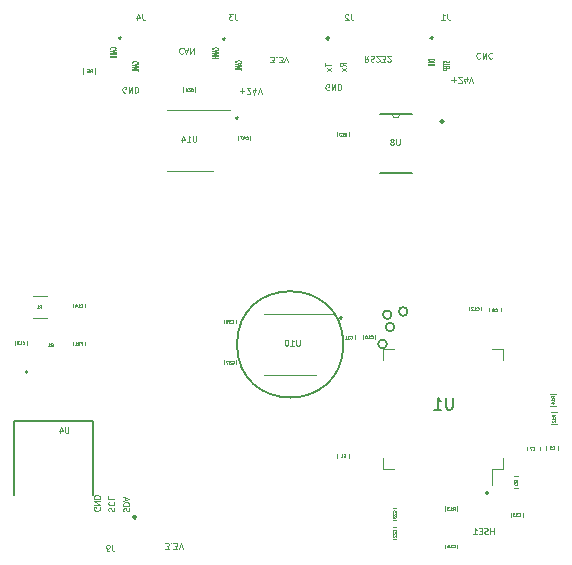
<source format=gbr>
%TF.GenerationSoftware,KiCad,Pcbnew,(5.1.8-0-10_14)*%
%TF.CreationDate,2021-05-13T19:53:47+02:00*%
%TF.ProjectId,Nauthiluscontroller,4e617574-6869-46c7-9573-636f6e74726f,rev?*%
%TF.SameCoordinates,Original*%
%TF.FileFunction,Legend,Bot*%
%TF.FilePolarity,Positive*%
%FSLAX46Y46*%
G04 Gerber Fmt 4.6, Leading zero omitted, Abs format (unit mm)*
G04 Created by KiCad (PCBNEW (5.1.8-0-10_14)) date 2021-05-13 19:53:47*
%MOMM*%
%LPD*%
G01*
G04 APERTURE LIST*
%ADD10C,0.125000*%
%ADD11C,0.150000*%
%ADD12C,0.120000*%
%ADD13C,0.127000*%
%ADD14C,0.200000*%
%ADD15C,0.152400*%
%ADD16C,0.100000*%
%ADD17C,0.062500*%
G04 APERTURE END LIST*
D10*
X156122857Y-75041428D02*
X156099047Y-75017619D01*
X156027619Y-74993809D01*
X155980000Y-74993809D01*
X155908571Y-75017619D01*
X155860952Y-75065238D01*
X155837142Y-75112857D01*
X155813333Y-75208095D01*
X155813333Y-75279523D01*
X155837142Y-75374761D01*
X155860952Y-75422380D01*
X155908571Y-75470000D01*
X155980000Y-75493809D01*
X156027619Y-75493809D01*
X156099047Y-75470000D01*
X156122857Y-75446190D01*
X156337142Y-74993809D02*
X156337142Y-75493809D01*
X156622857Y-74993809D01*
X156622857Y-75493809D01*
X157146666Y-75041428D02*
X157122857Y-75017619D01*
X157051428Y-74993809D01*
X157003809Y-74993809D01*
X156932380Y-75017619D01*
X156884761Y-75065238D01*
X156860952Y-75112857D01*
X156837142Y-75208095D01*
X156837142Y-75279523D01*
X156860952Y-75374761D01*
X156884761Y-75422380D01*
X156932380Y-75470000D01*
X157003809Y-75493809D01*
X157051428Y-75493809D01*
X157122857Y-75470000D01*
X157146666Y-75446190D01*
X130958571Y-74631428D02*
X130934761Y-74607619D01*
X130863333Y-74583809D01*
X130815714Y-74583809D01*
X130744285Y-74607619D01*
X130696666Y-74655238D01*
X130672857Y-74702857D01*
X130649047Y-74798095D01*
X130649047Y-74869523D01*
X130672857Y-74964761D01*
X130696666Y-75012380D01*
X130744285Y-75060000D01*
X130815714Y-75083809D01*
X130863333Y-75083809D01*
X130934761Y-75060000D01*
X130958571Y-75036190D01*
X131149047Y-74726666D02*
X131387142Y-74726666D01*
X131101428Y-74583809D02*
X131268095Y-75083809D01*
X131434761Y-74583809D01*
X131601428Y-74583809D02*
X131601428Y-75083809D01*
X131887142Y-74583809D01*
X131887142Y-75083809D01*
X146662380Y-75253809D02*
X146495714Y-75491904D01*
X146376666Y-75253809D02*
X146376666Y-75753809D01*
X146567142Y-75753809D01*
X146614761Y-75730000D01*
X146638571Y-75706190D01*
X146662380Y-75658571D01*
X146662380Y-75587142D01*
X146638571Y-75539523D01*
X146614761Y-75515714D01*
X146567142Y-75491904D01*
X146376666Y-75491904D01*
X146852857Y-75277619D02*
X146924285Y-75253809D01*
X147043333Y-75253809D01*
X147090952Y-75277619D01*
X147114761Y-75301428D01*
X147138571Y-75349047D01*
X147138571Y-75396666D01*
X147114761Y-75444285D01*
X147090952Y-75468095D01*
X147043333Y-75491904D01*
X146948095Y-75515714D01*
X146900476Y-75539523D01*
X146876666Y-75563333D01*
X146852857Y-75610952D01*
X146852857Y-75658571D01*
X146876666Y-75706190D01*
X146900476Y-75730000D01*
X146948095Y-75753809D01*
X147067142Y-75753809D01*
X147138571Y-75730000D01*
X147329047Y-75706190D02*
X147352857Y-75730000D01*
X147400476Y-75753809D01*
X147519523Y-75753809D01*
X147567142Y-75730000D01*
X147590952Y-75706190D01*
X147614761Y-75658571D01*
X147614761Y-75610952D01*
X147590952Y-75539523D01*
X147305238Y-75253809D01*
X147614761Y-75253809D01*
X147781428Y-75753809D02*
X148090952Y-75753809D01*
X147924285Y-75563333D01*
X147995714Y-75563333D01*
X148043333Y-75539523D01*
X148067142Y-75515714D01*
X148090952Y-75468095D01*
X148090952Y-75349047D01*
X148067142Y-75301428D01*
X148043333Y-75277619D01*
X147995714Y-75253809D01*
X147852857Y-75253809D01*
X147805238Y-75277619D01*
X147781428Y-75301428D01*
X148281428Y-75706190D02*
X148305238Y-75730000D01*
X148352857Y-75753809D01*
X148471904Y-75753809D01*
X148519523Y-75730000D01*
X148543333Y-75706190D01*
X148567142Y-75658571D01*
X148567142Y-75610952D01*
X148543333Y-75539523D01*
X148257619Y-75253809D01*
X148567142Y-75253809D01*
D11*
X148637696Y-97182304D02*
G75*
G03*
X148637696Y-97182304I-367696J0D01*
G01*
X149977696Y-96900000D02*
G75*
G03*
X149977696Y-96900000I-367696J0D01*
G01*
X148870000Y-98220000D02*
G75*
G03*
X148870000Y-98220000I-367696J0D01*
G01*
X148230000Y-99660000D02*
G75*
G03*
X148230000Y-99660000I-367696J0D01*
G01*
X144548680Y-99690000D02*
G75*
G03*
X144548680Y-99690000I-4500000J0D01*
G01*
D12*
%TO.C,C39*%
X135480000Y-97896267D02*
X135480000Y-97603733D01*
X134460000Y-97896267D02*
X134460000Y-97603733D01*
%TO.C,C9*%
X157890000Y-96613733D02*
X157890000Y-96906267D01*
X156870000Y-96613733D02*
X156870000Y-96906267D01*
%TO.C,C7*%
X160140000Y-108342733D02*
X160140000Y-108635267D01*
X161160000Y-108342733D02*
X161160000Y-108635267D01*
%TO.C,U14*%
X131540000Y-84990000D02*
X129590000Y-84990000D01*
X131540000Y-84990000D02*
X133490000Y-84990000D01*
X131540000Y-79870000D02*
X129590000Y-79870000D01*
X131540000Y-79870000D02*
X134990000Y-79870000D01*
%TO.C,C47*%
X136650000Y-82056233D02*
X136650000Y-82348767D01*
X135630000Y-82056233D02*
X135630000Y-82348767D01*
D13*
%TO.C,U4*%
X116700000Y-112435000D02*
X116700000Y-106215000D01*
X116700000Y-106215000D02*
X123360000Y-106215000D01*
X123360000Y-106215000D02*
X123360000Y-112435000D01*
D14*
X117830000Y-102035000D02*
G75*
G03*
X117830000Y-102035000I-100000J0D01*
G01*
D12*
%TO.C,C30*%
X145020000Y-81743733D02*
X145020000Y-82036267D01*
X144000000Y-81743733D02*
X144000000Y-82036267D01*
%TO.C,C15*%
X159730000Y-114266267D02*
X159730000Y-113973733D01*
X158710000Y-114266267D02*
X158710000Y-113973733D01*
%TO.C,R13*%
X154192500Y-113362742D02*
X154192500Y-113837258D01*
X153147500Y-113362742D02*
X153147500Y-113837258D01*
%TO.C,U1*%
X147890000Y-101004000D02*
X147890000Y-100054000D01*
X147890000Y-100054000D02*
X148840000Y-100054000D01*
X147890000Y-109324000D02*
X147890000Y-110274000D01*
X147890000Y-110274000D02*
X148840000Y-110274000D01*
X158110000Y-101004000D02*
X158110000Y-100054000D01*
X158110000Y-100054000D02*
X157160000Y-100054000D01*
X158110000Y-109324000D02*
X158110000Y-110274000D01*
X158110000Y-110274000D02*
X157160000Y-110274000D01*
X157160000Y-110274000D02*
X157160000Y-111614000D01*
%TO.C,F1*%
X118292936Y-97425000D02*
X119497064Y-97425000D01*
X118292936Y-95605000D02*
X119497064Y-95605000D01*
%TO.C,C11*%
X144510000Y-98913733D02*
X144510000Y-99206267D01*
X145530000Y-98913733D02*
X145530000Y-99206267D01*
%TO.C,C12*%
X156230000Y-96513733D02*
X156230000Y-96806267D01*
X155210000Y-96513733D02*
X155210000Y-96806267D01*
%TO.C,C13*%
X116710000Y-99418733D02*
X116710000Y-99711267D01*
X117730000Y-99418733D02*
X117730000Y-99711267D01*
%TO.C,C14*%
X122705000Y-96243733D02*
X122705000Y-96536267D01*
X121685000Y-96243733D02*
X121685000Y-96536267D01*
%TO.C,C16*%
X154190000Y-116646233D02*
X154190000Y-116938767D01*
X153170000Y-116646233D02*
X153170000Y-116938767D01*
%TO.C,FB1*%
X122680000Y-99780580D02*
X122680000Y-99499420D01*
X121660000Y-99780580D02*
X121660000Y-99499420D01*
%TO.C,R12*%
X162131742Y-106440500D02*
X162606258Y-106440500D01*
X162131742Y-105395500D02*
X162606258Y-105395500D01*
%TO.C,R14*%
X162543258Y-104916500D02*
X162068742Y-104916500D01*
X162543258Y-103871500D02*
X162068742Y-103871500D01*
%TO.C,R29*%
X132012500Y-78352258D02*
X132012500Y-77877742D01*
X130967500Y-78352258D02*
X130967500Y-77877742D01*
%TO.C,C1*%
X144030000Y-109268767D02*
X144030000Y-108976233D01*
X145050000Y-109268767D02*
X145050000Y-108976233D01*
%TO.C,C3*%
X161715000Y-108330233D02*
X161715000Y-108622767D01*
X162735000Y-108330233D02*
X162735000Y-108622767D01*
%TO.C,C5*%
X159308767Y-110854000D02*
X159016233Y-110854000D01*
X159308767Y-111874000D02*
X159016233Y-111874000D01*
%TO.C,C10*%
X147250000Y-98923733D02*
X147250000Y-99216267D01*
X146230000Y-98923733D02*
X146230000Y-99216267D01*
%TO.C,C37*%
X135480000Y-101023733D02*
X135480000Y-101316267D01*
X134460000Y-101023733D02*
X134460000Y-101316267D01*
%TO.C,R5*%
X123522500Y-76327742D02*
X123522500Y-76802258D01*
X122477500Y-76327742D02*
X122477500Y-76802258D01*
D15*
%TO.C,U8*%
X149321000Y-80225800D02*
X150387800Y-80225800D01*
X148711400Y-80225800D02*
X149321000Y-80225800D01*
X147644600Y-80225800D02*
X148711400Y-80225800D01*
X150387800Y-85204200D02*
X147644600Y-85204200D01*
D16*
X148711400Y-80225800D02*
G75*
G03*
X149321000Y-80225800I304800J0D01*
G01*
D12*
%TO.C,U10*%
X140048680Y-97080000D02*
X143648680Y-97080000D01*
X140048680Y-97080000D02*
X137848680Y-97080000D01*
X140048680Y-102300000D02*
X142248680Y-102300000D01*
X140048680Y-102300000D02*
X137848680Y-102300000D01*
%TO.C,C22*%
X149026267Y-115190000D02*
X148733733Y-115190000D01*
X149026267Y-116210000D02*
X148733733Y-116210000D01*
%TO.C,C23*%
X149011268Y-114524999D02*
X148718734Y-114524999D01*
X149011268Y-113504999D02*
X148718734Y-113504999D01*
%TO.C,C39*%
D17*
X135080714Y-97839285D02*
X135092619Y-97851190D01*
X135128333Y-97863095D01*
X135152142Y-97863095D01*
X135187857Y-97851190D01*
X135211666Y-97827380D01*
X135223571Y-97803571D01*
X135235476Y-97755952D01*
X135235476Y-97720238D01*
X135223571Y-97672619D01*
X135211666Y-97648809D01*
X135187857Y-97625000D01*
X135152142Y-97613095D01*
X135128333Y-97613095D01*
X135092619Y-97625000D01*
X135080714Y-97636904D01*
X134997380Y-97613095D02*
X134842619Y-97613095D01*
X134925952Y-97708333D01*
X134890238Y-97708333D01*
X134866428Y-97720238D01*
X134854523Y-97732142D01*
X134842619Y-97755952D01*
X134842619Y-97815476D01*
X134854523Y-97839285D01*
X134866428Y-97851190D01*
X134890238Y-97863095D01*
X134961666Y-97863095D01*
X134985476Y-97851190D01*
X134997380Y-97839285D01*
X134723571Y-97863095D02*
X134675952Y-97863095D01*
X134652142Y-97851190D01*
X134640238Y-97839285D01*
X134616428Y-97803571D01*
X134604523Y-97755952D01*
X134604523Y-97660714D01*
X134616428Y-97636904D01*
X134628333Y-97625000D01*
X134652142Y-97613095D01*
X134699761Y-97613095D01*
X134723571Y-97625000D01*
X134735476Y-97636904D01*
X134747380Y-97660714D01*
X134747380Y-97720238D01*
X134735476Y-97744047D01*
X134723571Y-97755952D01*
X134699761Y-97767857D01*
X134652142Y-97767857D01*
X134628333Y-97755952D01*
X134616428Y-97744047D01*
X134604523Y-97720238D01*
%TO.C,C9*%
X157401666Y-96869285D02*
X157413571Y-96881190D01*
X157449285Y-96893095D01*
X157473095Y-96893095D01*
X157508809Y-96881190D01*
X157532619Y-96857380D01*
X157544523Y-96833571D01*
X157556428Y-96785952D01*
X157556428Y-96750238D01*
X157544523Y-96702619D01*
X157532619Y-96678809D01*
X157508809Y-96655000D01*
X157473095Y-96643095D01*
X157449285Y-96643095D01*
X157413571Y-96655000D01*
X157401666Y-96666904D01*
X157282619Y-96893095D02*
X157235000Y-96893095D01*
X157211190Y-96881190D01*
X157199285Y-96869285D01*
X157175476Y-96833571D01*
X157163571Y-96785952D01*
X157163571Y-96690714D01*
X157175476Y-96666904D01*
X157187380Y-96655000D01*
X157211190Y-96643095D01*
X157258809Y-96643095D01*
X157282619Y-96655000D01*
X157294523Y-96666904D01*
X157306428Y-96690714D01*
X157306428Y-96750238D01*
X157294523Y-96774047D01*
X157282619Y-96785952D01*
X157258809Y-96797857D01*
X157211190Y-96797857D01*
X157187380Y-96785952D01*
X157175476Y-96774047D01*
X157163571Y-96750238D01*
%TO.C,C7*%
X160576665Y-108603284D02*
X160588570Y-108615189D01*
X160624284Y-108627094D01*
X160648094Y-108627094D01*
X160683808Y-108615189D01*
X160707618Y-108591379D01*
X160719522Y-108567570D01*
X160731427Y-108519951D01*
X160731427Y-108484237D01*
X160719522Y-108436618D01*
X160707618Y-108412808D01*
X160683808Y-108388999D01*
X160648094Y-108377094D01*
X160624284Y-108377094D01*
X160588570Y-108388999D01*
X160576665Y-108400903D01*
X160493332Y-108377094D02*
X160326665Y-108377094D01*
X160433808Y-108627094D01*
%TO.C,U14*%
D10*
X132094047Y-82029190D02*
X132094047Y-82433952D01*
X132070238Y-82481571D01*
X132046428Y-82505380D01*
X131998809Y-82529190D01*
X131903571Y-82529190D01*
X131855952Y-82505380D01*
X131832142Y-82481571D01*
X131808333Y-82433952D01*
X131808333Y-82029190D01*
X131308333Y-82529190D02*
X131594047Y-82529190D01*
X131451190Y-82529190D02*
X131451190Y-82029190D01*
X131498809Y-82100619D01*
X131546428Y-82148238D01*
X131594047Y-82172047D01*
X130879761Y-82195857D02*
X130879761Y-82529190D01*
X130998809Y-82005380D02*
X131117857Y-82362523D01*
X130808333Y-82362523D01*
D11*
X135565000Y-80429285D02*
X135469761Y-80524523D01*
X135565000Y-80619761D01*
X135660238Y-80524523D01*
X135565000Y-80429285D01*
X135565000Y-80619761D01*
%TO.C,C47*%
D17*
X136310714Y-82311785D02*
X136322619Y-82323690D01*
X136358333Y-82335595D01*
X136382142Y-82335595D01*
X136417857Y-82323690D01*
X136441666Y-82299880D01*
X136453571Y-82276071D01*
X136465476Y-82228452D01*
X136465476Y-82192738D01*
X136453571Y-82145119D01*
X136441666Y-82121309D01*
X136417857Y-82097500D01*
X136382142Y-82085595D01*
X136358333Y-82085595D01*
X136322619Y-82097500D01*
X136310714Y-82109404D01*
X136096428Y-82168928D02*
X136096428Y-82335595D01*
X136155952Y-82073690D02*
X136215476Y-82252261D01*
X136060714Y-82252261D01*
X135989285Y-82085595D02*
X135822619Y-82085595D01*
X135929761Y-82335595D01*
%TO.C,U4*%
D10*
X121280952Y-106676190D02*
X121280952Y-107080952D01*
X121257142Y-107128571D01*
X121233333Y-107152380D01*
X121185714Y-107176190D01*
X121090476Y-107176190D01*
X121042857Y-107152380D01*
X121019047Y-107128571D01*
X120995238Y-107080952D01*
X120995238Y-106676190D01*
X120542857Y-106842857D02*
X120542857Y-107176190D01*
X120661904Y-106652380D02*
X120780952Y-107009523D01*
X120471428Y-107009523D01*
%TO.C,U7*%
D16*
X138381904Y-75823809D02*
X138691428Y-75823809D01*
X138524761Y-75633333D01*
X138596190Y-75633333D01*
X138643809Y-75609523D01*
X138667619Y-75585714D01*
X138691428Y-75538095D01*
X138691428Y-75419047D01*
X138667619Y-75371428D01*
X138643809Y-75347619D01*
X138596190Y-75323809D01*
X138453333Y-75323809D01*
X138405714Y-75347619D01*
X138381904Y-75371428D01*
X138905714Y-75371428D02*
X138929523Y-75347619D01*
X138905714Y-75323809D01*
X138881904Y-75347619D01*
X138905714Y-75371428D01*
X138905714Y-75323809D01*
X139096190Y-75823809D02*
X139405714Y-75823809D01*
X139239047Y-75633333D01*
X139310476Y-75633333D01*
X139358095Y-75609523D01*
X139381904Y-75585714D01*
X139405714Y-75538095D01*
X139405714Y-75419047D01*
X139381904Y-75371428D01*
X139358095Y-75347619D01*
X139310476Y-75323809D01*
X139167619Y-75323809D01*
X139120000Y-75347619D01*
X139096190Y-75371428D01*
X139548571Y-75823809D02*
X139715238Y-75323809D01*
X139881904Y-75823809D01*
%TO.C,U17*%
X135799047Y-78204285D02*
X136180000Y-78204285D01*
X135989523Y-78013809D02*
X135989523Y-78394761D01*
X136394285Y-78466190D02*
X136418095Y-78490000D01*
X136465714Y-78513809D01*
X136584761Y-78513809D01*
X136632380Y-78490000D01*
X136656190Y-78466190D01*
X136680000Y-78418571D01*
X136680000Y-78370952D01*
X136656190Y-78299523D01*
X136370476Y-78013809D01*
X136680000Y-78013809D01*
X137108571Y-78347142D02*
X137108571Y-78013809D01*
X136989523Y-78537619D02*
X136870476Y-78180476D01*
X137180000Y-78180476D01*
X137299047Y-78513809D02*
X137465714Y-78013809D01*
X137632380Y-78513809D01*
%TO.C,J3*%
D10*
X135366666Y-71716190D02*
X135366666Y-72073333D01*
X135390476Y-72144761D01*
X135438095Y-72192380D01*
X135509523Y-72216190D01*
X135557142Y-72216190D01*
X135176190Y-71716190D02*
X134866666Y-71716190D01*
X135033333Y-71906666D01*
X134961904Y-71906666D01*
X134914285Y-71930476D01*
X134890476Y-71954285D01*
X134866666Y-72001904D01*
X134866666Y-72120952D01*
X134890476Y-72168571D01*
X134914285Y-72192380D01*
X134961904Y-72216190D01*
X135104761Y-72216190D01*
X135152380Y-72192380D01*
X135176190Y-72168571D01*
D11*
X134460000Y-73744285D02*
X134364761Y-73839523D01*
X134460000Y-73934761D01*
X134555238Y-73839523D01*
X134460000Y-73744285D01*
X134460000Y-73934761D01*
D17*
X133898571Y-74708333D02*
X133922380Y-74696428D01*
X133946190Y-74660714D01*
X133946190Y-74636904D01*
X133922380Y-74601190D01*
X133874761Y-74577380D01*
X133827142Y-74565476D01*
X133731904Y-74553571D01*
X133660476Y-74553571D01*
X133565238Y-74565476D01*
X133517619Y-74577380D01*
X133470000Y-74601190D01*
X133446190Y-74636904D01*
X133446190Y-74660714D01*
X133470000Y-74696428D01*
X133493809Y-74708333D01*
X133803333Y-74803571D02*
X133803333Y-74922619D01*
X133946190Y-74779761D02*
X133446190Y-74863095D01*
X133946190Y-74946428D01*
X133946190Y-75029761D02*
X133446190Y-75029761D01*
X133946190Y-75172619D01*
X133446190Y-75172619D01*
X133946190Y-75291666D02*
X133446190Y-75291666D01*
X133684285Y-75291666D02*
X133684285Y-75434523D01*
X133946190Y-75434523D02*
X133446190Y-75434523D01*
X135868571Y-75798095D02*
X135892380Y-75786190D01*
X135916190Y-75750476D01*
X135916190Y-75726666D01*
X135892380Y-75690952D01*
X135844761Y-75667142D01*
X135797142Y-75655238D01*
X135701904Y-75643333D01*
X135630476Y-75643333D01*
X135535238Y-75655238D01*
X135487619Y-75667142D01*
X135440000Y-75690952D01*
X135416190Y-75726666D01*
X135416190Y-75750476D01*
X135440000Y-75786190D01*
X135463809Y-75798095D01*
X135773333Y-75893333D02*
X135773333Y-76012380D01*
X135916190Y-75869523D02*
X135416190Y-75952857D01*
X135916190Y-76036190D01*
X135916190Y-76119523D02*
X135416190Y-76119523D01*
X135916190Y-76262380D01*
X135416190Y-76262380D01*
X135916190Y-76500476D02*
X135916190Y-76381428D01*
X135416190Y-76381428D01*
%TO.C,C30*%
X144339285Y-81795714D02*
X144327380Y-81783809D01*
X144291666Y-81771904D01*
X144267857Y-81771904D01*
X144232142Y-81783809D01*
X144208333Y-81807619D01*
X144196428Y-81831428D01*
X144184523Y-81879047D01*
X144184523Y-81914761D01*
X144196428Y-81962380D01*
X144208333Y-81986190D01*
X144232142Y-82010000D01*
X144267857Y-82021904D01*
X144291666Y-82021904D01*
X144327380Y-82010000D01*
X144339285Y-81998095D01*
X144422619Y-82021904D02*
X144577380Y-82021904D01*
X144494047Y-81926666D01*
X144529761Y-81926666D01*
X144553571Y-81914761D01*
X144565476Y-81902857D01*
X144577380Y-81879047D01*
X144577380Y-81819523D01*
X144565476Y-81795714D01*
X144553571Y-81783809D01*
X144529761Y-81771904D01*
X144458333Y-81771904D01*
X144434523Y-81783809D01*
X144422619Y-81795714D01*
X144732142Y-82021904D02*
X144755952Y-82021904D01*
X144779761Y-82010000D01*
X144791666Y-81998095D01*
X144803571Y-81974285D01*
X144815476Y-81926666D01*
X144815476Y-81867142D01*
X144803571Y-81819523D01*
X144791666Y-81795714D01*
X144779761Y-81783809D01*
X144755952Y-81771904D01*
X144732142Y-81771904D01*
X144708333Y-81783809D01*
X144696428Y-81795714D01*
X144684523Y-81819523D01*
X144672619Y-81867142D01*
X144672619Y-81926666D01*
X144684523Y-81974285D01*
X144696428Y-81998095D01*
X144708333Y-82010000D01*
X144732142Y-82021904D01*
%TO.C,J1*%
D10*
X153356666Y-71696190D02*
X153356666Y-72053333D01*
X153380476Y-72124761D01*
X153428095Y-72172380D01*
X153499523Y-72196190D01*
X153547142Y-72196190D01*
X152856666Y-72196190D02*
X153142380Y-72196190D01*
X152999523Y-72196190D02*
X152999523Y-71696190D01*
X153047142Y-71767619D01*
X153094761Y-71815238D01*
X153142380Y-71839047D01*
D11*
X152020000Y-73664285D02*
X151924761Y-73759523D01*
X152020000Y-73854761D01*
X152115238Y-73759523D01*
X152020000Y-73664285D01*
X152020000Y-73854761D01*
D17*
X152256190Y-75540000D02*
X151756190Y-75540000D01*
X151756190Y-75599523D01*
X151780000Y-75635238D01*
X151827619Y-75659047D01*
X151875238Y-75670952D01*
X151970476Y-75682857D01*
X152041904Y-75682857D01*
X152137142Y-75670952D01*
X152184761Y-75659047D01*
X152232380Y-75635238D01*
X152256190Y-75599523D01*
X152256190Y-75540000D01*
X152256190Y-75790000D02*
X151756190Y-75790000D01*
X152256190Y-76051904D02*
X152018095Y-75968571D01*
X152256190Y-75909047D02*
X151756190Y-75909047D01*
X151756190Y-76004285D01*
X151780000Y-76028095D01*
X151803809Y-76040000D01*
X151851428Y-76051904D01*
X151922857Y-76051904D01*
X151970476Y-76040000D01*
X151994285Y-76028095D01*
X152018095Y-76004285D01*
X152018095Y-75909047D01*
X153492380Y-75655238D02*
X153516190Y-75690952D01*
X153516190Y-75750476D01*
X153492380Y-75774285D01*
X153468571Y-75786190D01*
X153420952Y-75798095D01*
X153373333Y-75798095D01*
X153325714Y-75786190D01*
X153301904Y-75774285D01*
X153278095Y-75750476D01*
X153254285Y-75702857D01*
X153230476Y-75679047D01*
X153206666Y-75667142D01*
X153159047Y-75655238D01*
X153111428Y-75655238D01*
X153063809Y-75667142D01*
X153040000Y-75679047D01*
X153016190Y-75702857D01*
X153016190Y-75762380D01*
X153040000Y-75798095D01*
X153016190Y-75869523D02*
X153016190Y-76012380D01*
X153516190Y-75940952D02*
X153016190Y-75940952D01*
X153254285Y-76095714D02*
X153254285Y-76179047D01*
X153516190Y-76214761D02*
X153516190Y-76095714D01*
X153016190Y-76095714D01*
X153016190Y-76214761D01*
X153516190Y-76321904D02*
X153016190Y-76321904D01*
X153016190Y-76417142D01*
X153040000Y-76440952D01*
X153063809Y-76452857D01*
X153111428Y-76464761D01*
X153182857Y-76464761D01*
X153230476Y-76452857D01*
X153254285Y-76440952D01*
X153278095Y-76417142D01*
X153278095Y-76321904D01*
%TO.C,C15*%
X159360714Y-114199285D02*
X159372619Y-114211190D01*
X159408333Y-114223095D01*
X159432142Y-114223095D01*
X159467857Y-114211190D01*
X159491666Y-114187380D01*
X159503571Y-114163571D01*
X159515476Y-114115952D01*
X159515476Y-114080238D01*
X159503571Y-114032619D01*
X159491666Y-114008809D01*
X159467857Y-113985000D01*
X159432142Y-113973095D01*
X159408333Y-113973095D01*
X159372619Y-113985000D01*
X159360714Y-113996904D01*
X159122619Y-114223095D02*
X159265476Y-114223095D01*
X159194047Y-114223095D02*
X159194047Y-113973095D01*
X159217857Y-114008809D01*
X159241666Y-114032619D01*
X159265476Y-114044523D01*
X158896428Y-113973095D02*
X159015476Y-113973095D01*
X159027380Y-114092142D01*
X159015476Y-114080238D01*
X158991666Y-114068333D01*
X158932142Y-114068333D01*
X158908333Y-114080238D01*
X158896428Y-114092142D01*
X158884523Y-114115952D01*
X158884523Y-114175476D01*
X158896428Y-114199285D01*
X158908333Y-114211190D01*
X158932142Y-114223095D01*
X158991666Y-114223095D01*
X159015476Y-114211190D01*
X159027380Y-114199285D01*
%TO.C,R13*%
X153820714Y-113713095D02*
X153904047Y-113594047D01*
X153963571Y-113713095D02*
X153963571Y-113463095D01*
X153868333Y-113463095D01*
X153844523Y-113475000D01*
X153832619Y-113486904D01*
X153820714Y-113510714D01*
X153820714Y-113546428D01*
X153832619Y-113570238D01*
X153844523Y-113582142D01*
X153868333Y-113594047D01*
X153963571Y-113594047D01*
X153582619Y-113713095D02*
X153725476Y-113713095D01*
X153654047Y-113713095D02*
X153654047Y-113463095D01*
X153677857Y-113498809D01*
X153701666Y-113522619D01*
X153725476Y-113534523D01*
X153499285Y-113463095D02*
X153344523Y-113463095D01*
X153427857Y-113558333D01*
X153392142Y-113558333D01*
X153368333Y-113570238D01*
X153356428Y-113582142D01*
X153344523Y-113605952D01*
X153344523Y-113665476D01*
X153356428Y-113689285D01*
X153368333Y-113701190D01*
X153392142Y-113713095D01*
X153463571Y-113713095D01*
X153487380Y-113701190D01*
X153499285Y-113689285D01*
%TO.C,Q1*%
X119763809Y-99866904D02*
X119787619Y-99855000D01*
X119811428Y-99831190D01*
X119847142Y-99795476D01*
X119870952Y-99783571D01*
X119894761Y-99783571D01*
X119882857Y-99843095D02*
X119906666Y-99831190D01*
X119930476Y-99807380D01*
X119942380Y-99759761D01*
X119942380Y-99676428D01*
X119930476Y-99628809D01*
X119906666Y-99605000D01*
X119882857Y-99593095D01*
X119835238Y-99593095D01*
X119811428Y-99605000D01*
X119787619Y-99628809D01*
X119775714Y-99676428D01*
X119775714Y-99759761D01*
X119787619Y-99807380D01*
X119811428Y-99831190D01*
X119835238Y-99843095D01*
X119882857Y-99843095D01*
X119537619Y-99843095D02*
X119680476Y-99843095D01*
X119609047Y-99843095D02*
X119609047Y-99593095D01*
X119632857Y-99628809D01*
X119656666Y-99652619D01*
X119680476Y-99664523D01*
%TO.C,U1*%
D11*
X153811904Y-104206380D02*
X153811904Y-105015904D01*
X153764285Y-105111142D01*
X153716666Y-105158761D01*
X153621428Y-105206380D01*
X153430952Y-105206380D01*
X153335714Y-105158761D01*
X153288095Y-105111142D01*
X153240476Y-105015904D01*
X153240476Y-104206380D01*
X152240476Y-105206380D02*
X152811904Y-105206380D01*
X152526190Y-105206380D02*
X152526190Y-104206380D01*
X152621428Y-104349238D01*
X152716666Y-104444476D01*
X152811904Y-104492095D01*
X156634285Y-112234000D02*
X156729523Y-112329238D01*
X156824761Y-112234000D01*
X156729523Y-112138761D01*
X156634285Y-112234000D01*
X156824761Y-112234000D01*
%TO.C,F1*%
D17*
X118878333Y-96497142D02*
X118961666Y-96497142D01*
X118961666Y-96628095D02*
X118961666Y-96378095D01*
X118842619Y-96378095D01*
X118616428Y-96628095D02*
X118759285Y-96628095D01*
X118687857Y-96628095D02*
X118687857Y-96378095D01*
X118711666Y-96413809D01*
X118735476Y-96437619D01*
X118759285Y-96449523D01*
%TO.C,C11*%
X145140714Y-99169285D02*
X145152619Y-99181190D01*
X145188333Y-99193095D01*
X145212142Y-99193095D01*
X145247857Y-99181190D01*
X145271666Y-99157380D01*
X145283571Y-99133571D01*
X145295476Y-99085952D01*
X145295476Y-99050238D01*
X145283571Y-99002619D01*
X145271666Y-98978809D01*
X145247857Y-98955000D01*
X145212142Y-98943095D01*
X145188333Y-98943095D01*
X145152619Y-98955000D01*
X145140714Y-98966904D01*
X144902619Y-99193095D02*
X145045476Y-99193095D01*
X144974047Y-99193095D02*
X144974047Y-98943095D01*
X144997857Y-98978809D01*
X145021666Y-99002619D01*
X145045476Y-99014523D01*
X144664523Y-99193095D02*
X144807380Y-99193095D01*
X144735952Y-99193095D02*
X144735952Y-98943095D01*
X144759761Y-98978809D01*
X144783571Y-99002619D01*
X144807380Y-99014523D01*
%TO.C,C12*%
X155860714Y-96759285D02*
X155872619Y-96771190D01*
X155908333Y-96783095D01*
X155932142Y-96783095D01*
X155967857Y-96771190D01*
X155991666Y-96747380D01*
X156003571Y-96723571D01*
X156015476Y-96675952D01*
X156015476Y-96640238D01*
X156003571Y-96592619D01*
X155991666Y-96568809D01*
X155967857Y-96545000D01*
X155932142Y-96533095D01*
X155908333Y-96533095D01*
X155872619Y-96545000D01*
X155860714Y-96556904D01*
X155622619Y-96783095D02*
X155765476Y-96783095D01*
X155694047Y-96783095D02*
X155694047Y-96533095D01*
X155717857Y-96568809D01*
X155741666Y-96592619D01*
X155765476Y-96604523D01*
X155527380Y-96556904D02*
X155515476Y-96545000D01*
X155491666Y-96533095D01*
X155432142Y-96533095D01*
X155408333Y-96545000D01*
X155396428Y-96556904D01*
X155384523Y-96580714D01*
X155384523Y-96604523D01*
X155396428Y-96640238D01*
X155539285Y-96783095D01*
X155384523Y-96783095D01*
%TO.C,C13*%
X117390714Y-99669285D02*
X117402619Y-99681190D01*
X117438333Y-99693095D01*
X117462142Y-99693095D01*
X117497857Y-99681190D01*
X117521666Y-99657380D01*
X117533571Y-99633571D01*
X117545476Y-99585952D01*
X117545476Y-99550238D01*
X117533571Y-99502619D01*
X117521666Y-99478809D01*
X117497857Y-99455000D01*
X117462142Y-99443095D01*
X117438333Y-99443095D01*
X117402619Y-99455000D01*
X117390714Y-99466904D01*
X117152619Y-99693095D02*
X117295476Y-99693095D01*
X117224047Y-99693095D02*
X117224047Y-99443095D01*
X117247857Y-99478809D01*
X117271666Y-99502619D01*
X117295476Y-99514523D01*
X117069285Y-99443095D02*
X116914523Y-99443095D01*
X116997857Y-99538333D01*
X116962142Y-99538333D01*
X116938333Y-99550238D01*
X116926428Y-99562142D01*
X116914523Y-99585952D01*
X116914523Y-99645476D01*
X116926428Y-99669285D01*
X116938333Y-99681190D01*
X116962142Y-99693095D01*
X117033571Y-99693095D01*
X117057380Y-99681190D01*
X117069285Y-99669285D01*
%TO.C,C14*%
X122310714Y-96489285D02*
X122322619Y-96501190D01*
X122358333Y-96513095D01*
X122382142Y-96513095D01*
X122417857Y-96501190D01*
X122441666Y-96477380D01*
X122453571Y-96453571D01*
X122465476Y-96405952D01*
X122465476Y-96370238D01*
X122453571Y-96322619D01*
X122441666Y-96298809D01*
X122417857Y-96275000D01*
X122382142Y-96263095D01*
X122358333Y-96263095D01*
X122322619Y-96275000D01*
X122310714Y-96286904D01*
X122072619Y-96513095D02*
X122215476Y-96513095D01*
X122144047Y-96513095D02*
X122144047Y-96263095D01*
X122167857Y-96298809D01*
X122191666Y-96322619D01*
X122215476Y-96334523D01*
X121858333Y-96346428D02*
X121858333Y-96513095D01*
X121917857Y-96251190D02*
X121977380Y-96429761D01*
X121822619Y-96429761D01*
%TO.C,C16*%
X153825714Y-116861785D02*
X153837619Y-116873690D01*
X153873333Y-116885595D01*
X153897142Y-116885595D01*
X153932857Y-116873690D01*
X153956666Y-116849880D01*
X153968571Y-116826071D01*
X153980476Y-116778452D01*
X153980476Y-116742738D01*
X153968571Y-116695119D01*
X153956666Y-116671309D01*
X153932857Y-116647500D01*
X153897142Y-116635595D01*
X153873333Y-116635595D01*
X153837619Y-116647500D01*
X153825714Y-116659404D01*
X153587619Y-116885595D02*
X153730476Y-116885595D01*
X153659047Y-116885595D02*
X153659047Y-116635595D01*
X153682857Y-116671309D01*
X153706666Y-116695119D01*
X153730476Y-116707023D01*
X153373333Y-116635595D02*
X153420952Y-116635595D01*
X153444761Y-116647500D01*
X153456666Y-116659404D01*
X153480476Y-116695119D01*
X153492380Y-116742738D01*
X153492380Y-116837976D01*
X153480476Y-116861785D01*
X153468571Y-116873690D01*
X153444761Y-116885595D01*
X153397142Y-116885595D01*
X153373333Y-116873690D01*
X153361428Y-116861785D01*
X153349523Y-116837976D01*
X153349523Y-116778452D01*
X153361428Y-116754642D01*
X153373333Y-116742738D01*
X153397142Y-116730833D01*
X153444761Y-116730833D01*
X153468571Y-116742738D01*
X153480476Y-116754642D01*
X153492380Y-116778452D01*
%TO.C,FB1*%
X122328333Y-99612142D02*
X122411666Y-99612142D01*
X122411666Y-99743095D02*
X122411666Y-99493095D01*
X122292619Y-99493095D01*
X122114047Y-99612142D02*
X122078333Y-99624047D01*
X122066428Y-99635952D01*
X122054523Y-99659761D01*
X122054523Y-99695476D01*
X122066428Y-99719285D01*
X122078333Y-99731190D01*
X122102142Y-99743095D01*
X122197380Y-99743095D01*
X122197380Y-99493095D01*
X122114047Y-99493095D01*
X122090238Y-99505000D01*
X122078333Y-99516904D01*
X122066428Y-99540714D01*
X122066428Y-99564523D01*
X122078333Y-99588333D01*
X122090238Y-99600238D01*
X122114047Y-99612142D01*
X122197380Y-99612142D01*
X121816428Y-99743095D02*
X121959285Y-99743095D01*
X121887857Y-99743095D02*
X121887857Y-99493095D01*
X121911666Y-99528809D01*
X121935476Y-99552619D01*
X121959285Y-99564523D01*
%TO.C,R12*%
X162482095Y-105807285D02*
X162363047Y-105723952D01*
X162482095Y-105664428D02*
X162232095Y-105664428D01*
X162232095Y-105759666D01*
X162244000Y-105783476D01*
X162255904Y-105795380D01*
X162279714Y-105807285D01*
X162315428Y-105807285D01*
X162339238Y-105795380D01*
X162351142Y-105783476D01*
X162363047Y-105759666D01*
X162363047Y-105664428D01*
X162482095Y-106045380D02*
X162482095Y-105902523D01*
X162482095Y-105973952D02*
X162232095Y-105973952D01*
X162267809Y-105950142D01*
X162291619Y-105926333D01*
X162303523Y-105902523D01*
X162255904Y-106140619D02*
X162244000Y-106152523D01*
X162232095Y-106176333D01*
X162232095Y-106235857D01*
X162244000Y-106259666D01*
X162255904Y-106271571D01*
X162279714Y-106283476D01*
X162303523Y-106283476D01*
X162339238Y-106271571D01*
X162482095Y-106128714D01*
X162482095Y-106283476D01*
%TO.C,R14*%
X162419095Y-104233285D02*
X162300047Y-104149952D01*
X162419095Y-104090428D02*
X162169095Y-104090428D01*
X162169095Y-104185666D01*
X162181000Y-104209476D01*
X162192904Y-104221380D01*
X162216714Y-104233285D01*
X162252428Y-104233285D01*
X162276238Y-104221380D01*
X162288142Y-104209476D01*
X162300047Y-104185666D01*
X162300047Y-104090428D01*
X162419095Y-104471380D02*
X162419095Y-104328523D01*
X162419095Y-104399952D02*
X162169095Y-104399952D01*
X162204809Y-104376142D01*
X162228619Y-104352333D01*
X162240523Y-104328523D01*
X162252428Y-104685666D02*
X162419095Y-104685666D01*
X162157190Y-104626142D02*
X162335761Y-104566619D01*
X162335761Y-104721380D01*
%TO.C,R29*%
X131335285Y-77970904D02*
X131251952Y-78089952D01*
X131192428Y-77970904D02*
X131192428Y-78220904D01*
X131287666Y-78220904D01*
X131311476Y-78209000D01*
X131323380Y-78197095D01*
X131335285Y-78173285D01*
X131335285Y-78137571D01*
X131323380Y-78113761D01*
X131311476Y-78101857D01*
X131287666Y-78089952D01*
X131192428Y-78089952D01*
X131430523Y-78197095D02*
X131442428Y-78209000D01*
X131466238Y-78220904D01*
X131525761Y-78220904D01*
X131549571Y-78209000D01*
X131561476Y-78197095D01*
X131573380Y-78173285D01*
X131573380Y-78149476D01*
X131561476Y-78113761D01*
X131418619Y-77970904D01*
X131573380Y-77970904D01*
X131692428Y-77970904D02*
X131740047Y-77970904D01*
X131763857Y-77982809D01*
X131775761Y-77994714D01*
X131799571Y-78030428D01*
X131811476Y-78078047D01*
X131811476Y-78173285D01*
X131799571Y-78197095D01*
X131787666Y-78209000D01*
X131763857Y-78220904D01*
X131716238Y-78220904D01*
X131692428Y-78209000D01*
X131680523Y-78197095D01*
X131668619Y-78173285D01*
X131668619Y-78113761D01*
X131680523Y-78089952D01*
X131692428Y-78078047D01*
X131716238Y-78066142D01*
X131763857Y-78066142D01*
X131787666Y-78078047D01*
X131799571Y-78089952D01*
X131811476Y-78113761D01*
%TO.C,C1*%
X144571666Y-109181785D02*
X144583571Y-109193690D01*
X144619285Y-109205595D01*
X144643095Y-109205595D01*
X144678809Y-109193690D01*
X144702619Y-109169880D01*
X144714523Y-109146071D01*
X144726428Y-109098452D01*
X144726428Y-109062738D01*
X144714523Y-109015119D01*
X144702619Y-108991309D01*
X144678809Y-108967500D01*
X144643095Y-108955595D01*
X144619285Y-108955595D01*
X144583571Y-108967500D01*
X144571666Y-108979404D01*
X144333571Y-109205595D02*
X144476428Y-109205595D01*
X144405000Y-109205595D02*
X144405000Y-108955595D01*
X144428809Y-108991309D01*
X144452619Y-109015119D01*
X144476428Y-109027023D01*
%TO.C,C3*%
X162251665Y-108540784D02*
X162263570Y-108552689D01*
X162299284Y-108564594D01*
X162323094Y-108564594D01*
X162358808Y-108552689D01*
X162382618Y-108528879D01*
X162394522Y-108505070D01*
X162406427Y-108457451D01*
X162406427Y-108421737D01*
X162394522Y-108374118D01*
X162382618Y-108350308D01*
X162358808Y-108326499D01*
X162323094Y-108314594D01*
X162299284Y-108314594D01*
X162263570Y-108326499D01*
X162251665Y-108338403D01*
X162168332Y-108314594D02*
X162013570Y-108314594D01*
X162096903Y-108409832D01*
X162061189Y-108409832D01*
X162037379Y-108421737D01*
X162025475Y-108433641D01*
X162013570Y-108457451D01*
X162013570Y-108516975D01*
X162025475Y-108540784D01*
X162037379Y-108552689D01*
X162061189Y-108564594D01*
X162132618Y-108564594D01*
X162156427Y-108552689D01*
X162168332Y-108540784D01*
%TO.C,C5*%
X159050714Y-111425666D02*
X159038809Y-111437571D01*
X159026904Y-111473285D01*
X159026904Y-111497095D01*
X159038809Y-111532809D01*
X159062619Y-111556619D01*
X159086428Y-111568523D01*
X159134047Y-111580428D01*
X159169761Y-111580428D01*
X159217380Y-111568523D01*
X159241190Y-111556619D01*
X159265000Y-111532809D01*
X159276904Y-111497095D01*
X159276904Y-111473285D01*
X159265000Y-111437571D01*
X159253095Y-111425666D01*
X159276904Y-111199476D02*
X159276904Y-111318523D01*
X159157857Y-111330428D01*
X159169761Y-111318523D01*
X159181666Y-111294714D01*
X159181666Y-111235190D01*
X159169761Y-111211380D01*
X159157857Y-111199476D01*
X159134047Y-111187571D01*
X159074523Y-111187571D01*
X159050714Y-111199476D01*
X159038809Y-111211380D01*
X159026904Y-111235190D01*
X159026904Y-111294714D01*
X159038809Y-111318523D01*
X159050714Y-111330428D01*
%TO.C,C10*%
X146880714Y-99149285D02*
X146892619Y-99161190D01*
X146928333Y-99173095D01*
X146952142Y-99173095D01*
X146987857Y-99161190D01*
X147011666Y-99137380D01*
X147023571Y-99113571D01*
X147035476Y-99065952D01*
X147035476Y-99030238D01*
X147023571Y-98982619D01*
X147011666Y-98958809D01*
X146987857Y-98935000D01*
X146952142Y-98923095D01*
X146928333Y-98923095D01*
X146892619Y-98935000D01*
X146880714Y-98946904D01*
X146642619Y-99173095D02*
X146785476Y-99173095D01*
X146714047Y-99173095D02*
X146714047Y-98923095D01*
X146737857Y-98958809D01*
X146761666Y-98982619D01*
X146785476Y-98994523D01*
X146487857Y-98923095D02*
X146464047Y-98923095D01*
X146440238Y-98935000D01*
X146428333Y-98946904D01*
X146416428Y-98970714D01*
X146404523Y-99018333D01*
X146404523Y-99077857D01*
X146416428Y-99125476D01*
X146428333Y-99149285D01*
X146440238Y-99161190D01*
X146464047Y-99173095D01*
X146487857Y-99173095D01*
X146511666Y-99161190D01*
X146523571Y-99149285D01*
X146535476Y-99125476D01*
X146547380Y-99077857D01*
X146547380Y-99018333D01*
X146535476Y-98970714D01*
X146523571Y-98946904D01*
X146511666Y-98935000D01*
X146487857Y-98923095D01*
%TO.C,C37*%
X135110714Y-101301785D02*
X135122619Y-101313690D01*
X135158333Y-101325595D01*
X135182142Y-101325595D01*
X135217857Y-101313690D01*
X135241666Y-101289880D01*
X135253571Y-101266071D01*
X135265476Y-101218452D01*
X135265476Y-101182738D01*
X135253571Y-101135119D01*
X135241666Y-101111309D01*
X135217857Y-101087500D01*
X135182142Y-101075595D01*
X135158333Y-101075595D01*
X135122619Y-101087500D01*
X135110714Y-101099404D01*
X135027380Y-101075595D02*
X134872619Y-101075595D01*
X134955952Y-101170833D01*
X134920238Y-101170833D01*
X134896428Y-101182738D01*
X134884523Y-101194642D01*
X134872619Y-101218452D01*
X134872619Y-101277976D01*
X134884523Y-101301785D01*
X134896428Y-101313690D01*
X134920238Y-101325595D01*
X134991666Y-101325595D01*
X135015476Y-101313690D01*
X135027380Y-101301785D01*
X134789285Y-101075595D02*
X134622619Y-101075595D01*
X134729761Y-101325595D01*
%TO.C,R5*%
X123101666Y-76658095D02*
X123185000Y-76539047D01*
X123244523Y-76658095D02*
X123244523Y-76408095D01*
X123149285Y-76408095D01*
X123125476Y-76420000D01*
X123113571Y-76431904D01*
X123101666Y-76455714D01*
X123101666Y-76491428D01*
X123113571Y-76515238D01*
X123125476Y-76527142D01*
X123149285Y-76539047D01*
X123244523Y-76539047D01*
X122875476Y-76408095D02*
X122994523Y-76408095D01*
X123006428Y-76527142D01*
X122994523Y-76515238D01*
X122970714Y-76503333D01*
X122911190Y-76503333D01*
X122887380Y-76515238D01*
X122875476Y-76527142D01*
X122863571Y-76550952D01*
X122863571Y-76610476D01*
X122875476Y-76634285D01*
X122887380Y-76646190D01*
X122911190Y-76658095D01*
X122970714Y-76658095D01*
X122994523Y-76646190D01*
X123006428Y-76634285D01*
%TO.C,J2*%
D10*
X145196666Y-71726190D02*
X145196666Y-72083333D01*
X145220476Y-72154761D01*
X145268095Y-72202380D01*
X145339523Y-72226190D01*
X145387142Y-72226190D01*
X144982380Y-71773809D02*
X144958571Y-71750000D01*
X144910952Y-71726190D01*
X144791904Y-71726190D01*
X144744285Y-71750000D01*
X144720476Y-71773809D01*
X144696666Y-71821428D01*
X144696666Y-71869047D01*
X144720476Y-71940476D01*
X145006190Y-72226190D01*
X144696666Y-72226190D01*
D11*
X143220000Y-73694285D02*
X143124761Y-73789523D01*
X143220000Y-73884761D01*
X143315238Y-73789523D01*
X143220000Y-73694285D01*
X143220000Y-73884761D01*
D16*
X144736190Y-76152380D02*
X144498095Y-75985714D01*
X144736190Y-75866666D02*
X144236190Y-75866666D01*
X144236190Y-76057142D01*
X144260000Y-76104761D01*
X144283809Y-76128571D01*
X144331428Y-76152380D01*
X144402857Y-76152380D01*
X144450476Y-76128571D01*
X144474285Y-76104761D01*
X144498095Y-76057142D01*
X144498095Y-75866666D01*
X144736190Y-76319047D02*
X144402857Y-76580952D01*
X144402857Y-76319047D02*
X144736190Y-76580952D01*
X142982190Y-75854761D02*
X142982190Y-76140476D01*
X143482190Y-75997619D02*
X142982190Y-75997619D01*
X143482190Y-76259523D02*
X143148857Y-76521428D01*
X143148857Y-76259523D02*
X143482190Y-76521428D01*
%TO.C,J4*%
D10*
X127526666Y-71716190D02*
X127526666Y-72073333D01*
X127550476Y-72144761D01*
X127598095Y-72192380D01*
X127669523Y-72216190D01*
X127717142Y-72216190D01*
X127074285Y-71882857D02*
X127074285Y-72216190D01*
X127193333Y-71692380D02*
X127312380Y-72049523D01*
X127002857Y-72049523D01*
D11*
X125660000Y-73674285D02*
X125564761Y-73769523D01*
X125660000Y-73864761D01*
X125755238Y-73769523D01*
X125660000Y-73674285D01*
X125660000Y-73864761D01*
D17*
X125228571Y-74668333D02*
X125252380Y-74656428D01*
X125276190Y-74620714D01*
X125276190Y-74596904D01*
X125252380Y-74561190D01*
X125204761Y-74537380D01*
X125157142Y-74525476D01*
X125061904Y-74513571D01*
X124990476Y-74513571D01*
X124895238Y-74525476D01*
X124847619Y-74537380D01*
X124800000Y-74561190D01*
X124776190Y-74596904D01*
X124776190Y-74620714D01*
X124800000Y-74656428D01*
X124823809Y-74668333D01*
X125133333Y-74763571D02*
X125133333Y-74882619D01*
X125276190Y-74739761D02*
X124776190Y-74823095D01*
X125276190Y-74906428D01*
X125276190Y-74989761D02*
X124776190Y-74989761D01*
X125276190Y-75132619D01*
X124776190Y-75132619D01*
X125276190Y-75251666D02*
X124776190Y-75251666D01*
X125014285Y-75251666D02*
X125014285Y-75394523D01*
X125276190Y-75394523D02*
X124776190Y-75394523D01*
X127088571Y-75878095D02*
X127112380Y-75866190D01*
X127136190Y-75830476D01*
X127136190Y-75806666D01*
X127112380Y-75770952D01*
X127064761Y-75747142D01*
X127017142Y-75735238D01*
X126921904Y-75723333D01*
X126850476Y-75723333D01*
X126755238Y-75735238D01*
X126707619Y-75747142D01*
X126660000Y-75770952D01*
X126636190Y-75806666D01*
X126636190Y-75830476D01*
X126660000Y-75866190D01*
X126683809Y-75878095D01*
X126993333Y-75973333D02*
X126993333Y-76092380D01*
X127136190Y-75949523D02*
X126636190Y-76032857D01*
X127136190Y-76116190D01*
X127136190Y-76199523D02*
X126636190Y-76199523D01*
X127136190Y-76342380D01*
X126636190Y-76342380D01*
X127136190Y-76580476D02*
X127136190Y-76461428D01*
X126636190Y-76461428D01*
%TO.C,J9*%
D10*
X124976666Y-116666190D02*
X124976666Y-117023333D01*
X125000476Y-117094761D01*
X125048095Y-117142380D01*
X125119523Y-117166190D01*
X125167142Y-117166190D01*
X124714761Y-117166190D02*
X124619523Y-117166190D01*
X124571904Y-117142380D01*
X124548095Y-117118571D01*
X124500476Y-117047142D01*
X124476666Y-116951904D01*
X124476666Y-116761428D01*
X124500476Y-116713809D01*
X124524285Y-116690000D01*
X124571904Y-116666190D01*
X124667142Y-116666190D01*
X124714761Y-116690000D01*
X124738571Y-116713809D01*
X124762380Y-116761428D01*
X124762380Y-116880476D01*
X124738571Y-116928095D01*
X124714761Y-116951904D01*
X124667142Y-116975714D01*
X124571904Y-116975714D01*
X124524285Y-116951904D01*
X124500476Y-116928095D01*
X124476666Y-116880476D01*
D11*
X126870000Y-114171428D02*
X126727142Y-114314285D01*
X126870000Y-114457142D01*
X127012857Y-114314285D01*
X126870000Y-114171428D01*
X126870000Y-114457142D01*
D17*
X125947619Y-113837142D02*
X125923809Y-113765714D01*
X125923809Y-113646666D01*
X125947619Y-113599047D01*
X125971428Y-113575238D01*
X126019047Y-113551428D01*
X126066666Y-113551428D01*
X126114285Y-113575238D01*
X126138095Y-113599047D01*
X126161904Y-113646666D01*
X126185714Y-113741904D01*
X126209523Y-113789523D01*
X126233333Y-113813333D01*
X126280952Y-113837142D01*
X126328571Y-113837142D01*
X126376190Y-113813333D01*
X126400000Y-113789523D01*
X126423809Y-113741904D01*
X126423809Y-113622857D01*
X126400000Y-113551428D01*
X125923809Y-113337142D02*
X126423809Y-113337142D01*
X126423809Y-113218095D01*
X126400000Y-113146666D01*
X126352380Y-113099047D01*
X126304761Y-113075238D01*
X126209523Y-113051428D01*
X126138095Y-113051428D01*
X126042857Y-113075238D01*
X125995238Y-113099047D01*
X125947619Y-113146666D01*
X125923809Y-113218095D01*
X125923809Y-113337142D01*
X126066666Y-112860952D02*
X126066666Y-112622857D01*
X125923809Y-112908571D02*
X126423809Y-112741904D01*
X125923809Y-112575238D01*
X123910000Y-113500952D02*
X123933809Y-113548571D01*
X123933809Y-113620000D01*
X123910000Y-113691428D01*
X123862380Y-113739047D01*
X123814761Y-113762857D01*
X123719523Y-113786666D01*
X123648095Y-113786666D01*
X123552857Y-113762857D01*
X123505238Y-113739047D01*
X123457619Y-113691428D01*
X123433809Y-113620000D01*
X123433809Y-113572380D01*
X123457619Y-113500952D01*
X123481428Y-113477142D01*
X123648095Y-113477142D01*
X123648095Y-113572380D01*
X123433809Y-113262857D02*
X123933809Y-113262857D01*
X123433809Y-112977142D01*
X123933809Y-112977142D01*
X123433809Y-112739047D02*
X123933809Y-112739047D01*
X123933809Y-112620000D01*
X123910000Y-112548571D01*
X123862380Y-112500952D01*
X123814761Y-112477142D01*
X123719523Y-112453333D01*
X123648095Y-112453333D01*
X123552857Y-112477142D01*
X123505238Y-112500952D01*
X123457619Y-112548571D01*
X123433809Y-112620000D01*
X123433809Y-112739047D01*
X124687619Y-113805238D02*
X124663809Y-113733809D01*
X124663809Y-113614761D01*
X124687619Y-113567142D01*
X124711428Y-113543333D01*
X124759047Y-113519523D01*
X124806666Y-113519523D01*
X124854285Y-113543333D01*
X124878095Y-113567142D01*
X124901904Y-113614761D01*
X124925714Y-113710000D01*
X124949523Y-113757619D01*
X124973333Y-113781428D01*
X125020952Y-113805238D01*
X125068571Y-113805238D01*
X125116190Y-113781428D01*
X125140000Y-113757619D01*
X125163809Y-113710000D01*
X125163809Y-113590952D01*
X125140000Y-113519523D01*
X124711428Y-113019523D02*
X124687619Y-113043333D01*
X124663809Y-113114761D01*
X124663809Y-113162380D01*
X124687619Y-113233809D01*
X124735238Y-113281428D01*
X124782857Y-113305238D01*
X124878095Y-113329047D01*
X124949523Y-113329047D01*
X125044761Y-113305238D01*
X125092380Y-113281428D01*
X125140000Y-113233809D01*
X125163809Y-113162380D01*
X125163809Y-113114761D01*
X125140000Y-113043333D01*
X125116190Y-113019523D01*
X124663809Y-112567142D02*
X124663809Y-112805238D01*
X125163809Y-112805238D01*
%TO.C,U15*%
D16*
X126139047Y-78360000D02*
X126091428Y-78383809D01*
X126020000Y-78383809D01*
X125948571Y-78360000D01*
X125900952Y-78312380D01*
X125877142Y-78264761D01*
X125853333Y-78169523D01*
X125853333Y-78098095D01*
X125877142Y-78002857D01*
X125900952Y-77955238D01*
X125948571Y-77907619D01*
X126020000Y-77883809D01*
X126067619Y-77883809D01*
X126139047Y-77907619D01*
X126162857Y-77931428D01*
X126162857Y-78098095D01*
X126067619Y-78098095D01*
X126377142Y-77883809D02*
X126377142Y-78383809D01*
X126662857Y-77883809D01*
X126662857Y-78383809D01*
X126900952Y-77883809D02*
X126900952Y-78383809D01*
X127020000Y-78383809D01*
X127091428Y-78360000D01*
X127139047Y-78312380D01*
X127162857Y-78264761D01*
X127186666Y-78169523D01*
X127186666Y-78098095D01*
X127162857Y-78002857D01*
X127139047Y-77955238D01*
X127091428Y-77907619D01*
X127020000Y-77883809D01*
X126900952Y-77883809D01*
%TO.C,U19*%
X143319047Y-78130000D02*
X143271428Y-78153809D01*
X143200000Y-78153809D01*
X143128571Y-78130000D01*
X143080952Y-78082380D01*
X143057142Y-78034761D01*
X143033333Y-77939523D01*
X143033333Y-77868095D01*
X143057142Y-77772857D01*
X143080952Y-77725238D01*
X143128571Y-77677619D01*
X143200000Y-77653809D01*
X143247619Y-77653809D01*
X143319047Y-77677619D01*
X143342857Y-77701428D01*
X143342857Y-77868095D01*
X143247619Y-77868095D01*
X143557142Y-77653809D02*
X143557142Y-78153809D01*
X143842857Y-77653809D01*
X143842857Y-78153809D01*
X144080952Y-77653809D02*
X144080952Y-78153809D01*
X144200000Y-78153809D01*
X144271428Y-78130000D01*
X144319047Y-78082380D01*
X144342857Y-78034761D01*
X144366666Y-77939523D01*
X144366666Y-77868095D01*
X144342857Y-77772857D01*
X144319047Y-77725238D01*
X144271428Y-77677619D01*
X144200000Y-77653809D01*
X144080952Y-77653809D01*
%TO.C,U20*%
X129441904Y-116973809D02*
X129751428Y-116973809D01*
X129584761Y-116783333D01*
X129656190Y-116783333D01*
X129703809Y-116759523D01*
X129727619Y-116735714D01*
X129751428Y-116688095D01*
X129751428Y-116569047D01*
X129727619Y-116521428D01*
X129703809Y-116497619D01*
X129656190Y-116473809D01*
X129513333Y-116473809D01*
X129465714Y-116497619D01*
X129441904Y-116521428D01*
X129965714Y-116521428D02*
X129989523Y-116497619D01*
X129965714Y-116473809D01*
X129941904Y-116497619D01*
X129965714Y-116521428D01*
X129965714Y-116473809D01*
X130156190Y-116973809D02*
X130465714Y-116973809D01*
X130299047Y-116783333D01*
X130370476Y-116783333D01*
X130418095Y-116759523D01*
X130441904Y-116735714D01*
X130465714Y-116688095D01*
X130465714Y-116569047D01*
X130441904Y-116521428D01*
X130418095Y-116497619D01*
X130370476Y-116473809D01*
X130227619Y-116473809D01*
X130180000Y-116497619D01*
X130156190Y-116521428D01*
X130608571Y-116973809D02*
X130775238Y-116473809D01*
X130941904Y-116973809D01*
%TO.C,HSE1*%
D17*
X157275238Y-115746190D02*
X157275238Y-115246190D01*
X157275238Y-115484285D02*
X156989523Y-115484285D01*
X156989523Y-115746190D02*
X156989523Y-115246190D01*
X156775238Y-115722380D02*
X156703809Y-115746190D01*
X156584761Y-115746190D01*
X156537142Y-115722380D01*
X156513333Y-115698571D01*
X156489523Y-115650952D01*
X156489523Y-115603333D01*
X156513333Y-115555714D01*
X156537142Y-115531904D01*
X156584761Y-115508095D01*
X156680000Y-115484285D01*
X156727619Y-115460476D01*
X156751428Y-115436666D01*
X156775238Y-115389047D01*
X156775238Y-115341428D01*
X156751428Y-115293809D01*
X156727619Y-115270000D01*
X156680000Y-115246190D01*
X156560952Y-115246190D01*
X156489523Y-115270000D01*
X156275238Y-115484285D02*
X156108571Y-115484285D01*
X156037142Y-115746190D02*
X156275238Y-115746190D01*
X156275238Y-115246190D01*
X156037142Y-115246190D01*
X155560952Y-115746190D02*
X155846666Y-115746190D01*
X155703809Y-115746190D02*
X155703809Y-115246190D01*
X155751428Y-115317619D01*
X155799047Y-115365238D01*
X155846666Y-115389047D01*
%TO.C,U8*%
D16*
X149307152Y-82306190D02*
X149307152Y-82710952D01*
X149283342Y-82758571D01*
X149259533Y-82782380D01*
X149211914Y-82806190D01*
X149116676Y-82806190D01*
X149069057Y-82782380D01*
X149045247Y-82758571D01*
X149021438Y-82710952D01*
X149021438Y-82306190D01*
X148711914Y-82520476D02*
X148759533Y-82496666D01*
X148783342Y-82472857D01*
X148807152Y-82425238D01*
X148807152Y-82401428D01*
X148783342Y-82353809D01*
X148759533Y-82330000D01*
X148711914Y-82306190D01*
X148616676Y-82306190D01*
X148569057Y-82330000D01*
X148545247Y-82353809D01*
X148521438Y-82401428D01*
X148521438Y-82425238D01*
X148545247Y-82472857D01*
X148569057Y-82496666D01*
X148616676Y-82520476D01*
X148711914Y-82520476D01*
X148759533Y-82544285D01*
X148783342Y-82568095D01*
X148807152Y-82615714D01*
X148807152Y-82710952D01*
X148783342Y-82758571D01*
X148759533Y-82782380D01*
X148711914Y-82806190D01*
X148616676Y-82806190D01*
X148569057Y-82782380D01*
X148545247Y-82758571D01*
X148521438Y-82710952D01*
X148521438Y-82615714D01*
X148545247Y-82568095D01*
X148569057Y-82544285D01*
X148616676Y-82520476D01*
D11*
X152890000Y-80671428D02*
X152747142Y-80814285D01*
X152890000Y-80957142D01*
X153032857Y-80814285D01*
X152890000Y-80671428D01*
X152890000Y-80957142D01*
%TO.C,U9*%
D16*
X153699047Y-77264285D02*
X154080000Y-77264285D01*
X153889523Y-77073809D02*
X153889523Y-77454761D01*
X154294285Y-77526190D02*
X154318095Y-77550000D01*
X154365714Y-77573809D01*
X154484761Y-77573809D01*
X154532380Y-77550000D01*
X154556190Y-77526190D01*
X154580000Y-77478571D01*
X154580000Y-77430952D01*
X154556190Y-77359523D01*
X154270476Y-77073809D01*
X154580000Y-77073809D01*
X155008571Y-77407142D02*
X155008571Y-77073809D01*
X154889523Y-77597619D02*
X154770476Y-77240476D01*
X155080000Y-77240476D01*
X155199047Y-77573809D02*
X155365714Y-77073809D01*
X155532380Y-77573809D01*
%TO.C,U10*%
D10*
X140859047Y-99296190D02*
X140859047Y-99700952D01*
X140835238Y-99748571D01*
X140811428Y-99772380D01*
X140763809Y-99796190D01*
X140668571Y-99796190D01*
X140620952Y-99772380D01*
X140597142Y-99748571D01*
X140573333Y-99700952D01*
X140573333Y-99296190D01*
X140073333Y-99796190D02*
X140359047Y-99796190D01*
X140216190Y-99796190D02*
X140216190Y-99296190D01*
X140263809Y-99367619D01*
X140311428Y-99415238D01*
X140359047Y-99439047D01*
X139763809Y-99296190D02*
X139716190Y-99296190D01*
X139668571Y-99320000D01*
X139644761Y-99343809D01*
X139620952Y-99391428D01*
X139597142Y-99486666D01*
X139597142Y-99605714D01*
X139620952Y-99700952D01*
X139644761Y-99748571D01*
X139668571Y-99772380D01*
X139716190Y-99796190D01*
X139763809Y-99796190D01*
X139811428Y-99772380D01*
X139835238Y-99748571D01*
X139859047Y-99700952D01*
X139882857Y-99605714D01*
X139882857Y-99486666D01*
X139859047Y-99391428D01*
X139835238Y-99343809D01*
X139811428Y-99320000D01*
X139763809Y-99296190D01*
D11*
X144320000Y-97364285D02*
X144224761Y-97459523D01*
X144320000Y-97554761D01*
X144415238Y-97459523D01*
X144320000Y-97364285D01*
X144320000Y-97554761D01*
%TO.C,C22*%
D17*
X148964286Y-115534284D02*
X148976191Y-115522379D01*
X148988096Y-115486665D01*
X148988096Y-115462856D01*
X148976191Y-115427141D01*
X148952381Y-115403332D01*
X148928572Y-115391427D01*
X148880953Y-115379522D01*
X148845239Y-115379522D01*
X148797620Y-115391427D01*
X148773810Y-115403332D01*
X148750001Y-115427141D01*
X148738096Y-115462856D01*
X148738096Y-115486665D01*
X148750001Y-115522379D01*
X148761905Y-115534284D01*
X148761905Y-115629522D02*
X148750001Y-115641427D01*
X148738096Y-115665237D01*
X148738096Y-115724760D01*
X148750001Y-115748570D01*
X148761905Y-115760475D01*
X148785715Y-115772379D01*
X148809524Y-115772379D01*
X148845239Y-115760475D01*
X148988096Y-115617618D01*
X148988096Y-115772379D01*
X148761905Y-115867618D02*
X148750001Y-115879522D01*
X148738096Y-115903332D01*
X148738096Y-115962856D01*
X148750001Y-115986665D01*
X148761905Y-115998570D01*
X148785715Y-116010475D01*
X148809524Y-116010475D01*
X148845239Y-115998570D01*
X148988096Y-115855713D01*
X148988096Y-116010475D01*
%TO.C,C23*%
X148949287Y-113899283D02*
X148961192Y-113887378D01*
X148973097Y-113851664D01*
X148973097Y-113827855D01*
X148961192Y-113792140D01*
X148937382Y-113768331D01*
X148913573Y-113756426D01*
X148865954Y-113744521D01*
X148830240Y-113744521D01*
X148782621Y-113756426D01*
X148758811Y-113768331D01*
X148735002Y-113792140D01*
X148723097Y-113827855D01*
X148723097Y-113851664D01*
X148735002Y-113887378D01*
X148746906Y-113899283D01*
X148746906Y-113994521D02*
X148735002Y-114006426D01*
X148723097Y-114030236D01*
X148723097Y-114089759D01*
X148735002Y-114113569D01*
X148746906Y-114125474D01*
X148770716Y-114137378D01*
X148794525Y-114137378D01*
X148830240Y-114125474D01*
X148973097Y-113982617D01*
X148973097Y-114137378D01*
X148723097Y-114220712D02*
X148723097Y-114375474D01*
X148818335Y-114292140D01*
X148818335Y-114327855D01*
X148830240Y-114351664D01*
X148842144Y-114363569D01*
X148865954Y-114375474D01*
X148925478Y-114375474D01*
X148949287Y-114363569D01*
X148961192Y-114351664D01*
X148973097Y-114327855D01*
X148973097Y-114256426D01*
X148961192Y-114232617D01*
X148949287Y-114220712D01*
%TD*%
M02*

</source>
